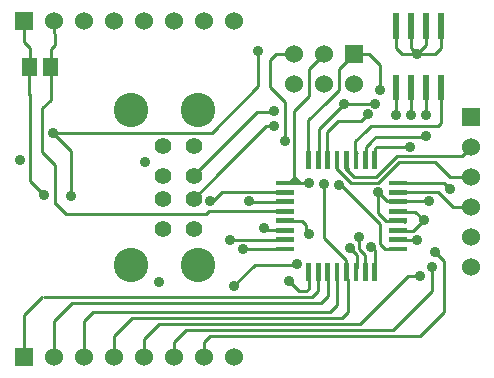
<source format=gbr>
G04 start of page 2 for group 0 idx 0 *
G04 Title: (unknown), component *
G04 Creator: pcb 20091103 *
G04 CreationDate: Sun 10 Apr 2011 10:44:47 AM GMT UTC *
G04 For: gjhurlbu *
G04 Format: Gerber/RS-274X *
G04 PCB-Dimensions: 600000 500000 *
G04 PCB-Coordinate-Origin: lower left *
%MOIN*%
%FSLAX25Y25*%
%LNFRONT*%
%ADD11C,0.0100*%
%ADD12C,0.0200*%
%ADD13C,0.0600*%
%ADD14C,0.0560*%
%ADD15C,0.1150*%
%ADD16C,0.0360*%
%ADD17R,0.0512X0.0512*%
%ADD18R,0.0157X0.0157*%
%ADD19R,0.0200X0.0200*%
%ADD20C,0.0380*%
%ADD21C,0.0910*%
G54D11*X103000Y413000D02*X102000Y414000D01*
X51000Y413000D02*X52000Y414000D01*
Y413000D02*X51000D01*
X52000Y413540D02*Y414000D01*
Y413540D02*Y413000D01*
Y414000D02*Y413540D01*
X44000Y398914D02*X43914Y399000D01*
Y398914D02*X44000D01*
X52000Y397214D02*X51000Y398214D01*
X51035Y397214D01*
X52000D01*
X51035D02*X51000Y398965D01*
X51035Y387932D02*Y397214D01*
X43914Y405086D02*Y399000D01*
X43869Y389376D02*Y398169D01*
X43914Y398214D01*
Y405086D02*X42000Y407000D01*
X51000Y399000D02*Y404513D01*
X42000Y407000D02*Y414000D01*
X51000Y404513D02*X52460Y405973D01*
X52000Y413540D01*
X52420Y353092D02*Y365972D01*
X43914Y389688D02*Y360531D01*
X48578Y355867D01*
X57761Y355664D02*Y370567D01*
X51884Y376752D02*X51730Y376598D01*
X98000Y354000D02*X97000D01*
X98000D02*X97000D01*
X98600Y354500D02*Y354225D01*
Y354500D02*Y354225D01*
Y354500D02*Y354225D01*
X98387Y354479D02*X98388D01*
X107453Y363544D01*
X98600Y354225D02*Y354000D01*
Y354225D02*Y354000D01*
X98036D02*X98000D01*
X98036D02*X98000D01*
X98273D02*X98036D01*
X98273D02*X98036D01*
X98273D02*X98036D01*
X98600Y354225D02*X98273Y354000D01*
X98600D02*X98273D01*
X98600D02*X98273D01*
X102857Y349648D02*X72406D01*
X72690Y349611D02*X56091D01*
X52466Y353236D01*
X87829Y362058D02*X87592D01*
X88300Y362400D02*Y362058D01*
Y362400D02*Y362058D01*
X87829D01*
X87592D01*
X88300D02*X87829D01*
X52420Y365972D02*X48187Y370205D01*
Y384862D01*
X51035Y387710D01*
X57761Y370567D02*X51730Y376598D01*
X104751Y376752D02*X51884D01*
X132000Y362000D02*X134000Y360000D01*
X133000D02*X134000D01*
X132000Y384000D02*X137000Y389000D01*
X132000Y384000D02*Y362000D01*
X136976Y370000D02*X137000D01*
X136898Y380890D02*Y369686D01*
X134000Y360000D02*X137000D01*
X131000D02*X133000D01*
X131000D02*X133000D01*
X132079Y362045D02*Y361566D01*
X130721Y360208D01*
X131998D01*
X132531Y360741D01*
X126000Y403000D02*X132000D01*
X124000Y401000D02*X126000Y403000D01*
X124000Y392000D02*Y401000D01*
X137000Y398000D02*X142000Y403000D01*
X120194Y404027D02*Y392195D01*
X129000Y374000D02*Y387000D01*
X125893Y378910D02*X126087Y379104D01*
X125317Y383750D02*X125450Y383883D01*
X129000Y387000D02*X124000Y392000D01*
X137000Y389000D02*Y398000D01*
X140126Y370000D02*X140000D01*
X143070Y370019D02*Y377117D01*
X140355Y370070D02*Y377945D01*
X143108Y387100D02*X136898Y380890D01*
X127008Y341000D02*X115000D01*
X127008Y338000D02*X128000Y337976D01*
X127008Y338000D02*X128000Y337976D01*
Y341126D02*X127008Y341000D01*
X128000Y341126D01*
X115105Y340984D02*X110692D01*
X110640Y341036D01*
X127589Y337869D02*X115143D01*
X115105Y337831D01*
X125293Y353769D02*X117231D01*
X117000Y354000D01*
X122661Y350564D02*X103773D01*
X102857Y349648D01*
X141950Y341752D02*Y359930D01*
X141957Y359821D02*Y360051D01*
X127007Y356892D02*X107925D01*
X107529Y363544D02*X122895Y378910D01*
X125893D01*
X98387Y362392D02*X119745Y383750D01*
X125317D01*
X120194Y392195D02*X104751Y376752D01*
X107925Y356892D02*X104459Y353426D01*
X107453Y363544D02*X107529D01*
X143276Y328008D02*Y322276D01*
X141000Y320000D01*
X140126Y328008D02*Y324126D01*
X133000Y333000D02*Y332000D01*
X127008Y337976D02*Y338000D01*
Y341126D02*Y341000D01*
X132776Y332776D02*X133000Y333000D01*
X130439Y327201D02*X130440D01*
X133684Y323956D02*X130439Y327201D01*
X133641Y323956D02*X136175D01*
X137020Y324801D01*
Y328313D01*
X137064Y328357D01*
X127008Y350575D02*X122425D01*
X127008Y344275D02*X122725D01*
X122000Y345000D01*
X127008Y353724D02*X125276D01*
X78000Y315000D02*X72000Y309000D01*
Y302000D01*
X65000Y317000D02*X62000Y314000D01*
X58000Y320000D02*X52000Y314000D01*
X62000D02*Y302000D01*
X52000Y314000D02*Y302000D01*
X42000Y316000D02*Y302000D01*
X82000Y308000D02*Y302000D01*
X92000D02*Y307000D01*
X96000Y311000D01*
X102000Y302000D02*Y307000D01*
X104000Y309000D01*
X87000Y313000D02*X82000Y308000D01*
X144000Y317000D02*X65000D01*
X141000Y320000D02*X58000D01*
X148000Y315000D02*X78000D01*
X137786Y322000D02*X48786D01*
X48000D02*X42000Y316000D01*
X154000Y313000D02*X87000D01*
X96000Y311000D02*X165000D01*
X166000Y409000D02*Y405000D01*
X168000Y403000D01*
X171000Y409000D02*Y405000D01*
X173000Y403000D01*
X176000Y406000D02*X173000Y403000D01*
X179000D01*
X181000Y405000D01*
Y409000D01*
X176000D02*Y406000D01*
X168000Y403000D02*X173000D01*
X159020Y386489D02*X148489D01*
X155874Y370000D02*X156000D01*
X159023D02*X159000D01*
X159052Y371378D02*X159529Y371855D01*
X155951D02*X157700Y373604D01*
X157541Y373525D02*X159290Y375274D01*
X152724Y370000D02*X153000D01*
X152453Y373843D02*X155951Y377341D01*
X155952D01*
X157621Y379010D01*
X154517Y380665D02*X156692Y382840D01*
X143070Y377117D02*X146618Y380665D01*
X154517D01*
X140355Y377945D02*X148742Y386332D01*
X167000Y367000D02*X179000D01*
X184000Y362000D01*
X160000Y360000D02*X167000Y367000D01*
X168992Y360024D02*Y360000D01*
D03*
X173000D01*
X166365Y368914D02*X187914D01*
X191000Y372000D01*
X159529Y371855D02*X170817D01*
X170897Y371935D01*
X176000Y388500D02*Y383000D01*
X181000Y388500D02*Y384000D01*
X166000Y388500D02*Y384448D01*
X171000Y388500D02*Y382882D01*
X171056Y382826D01*
X168671Y375274D02*X175189D01*
X159290D02*X169545D01*
X175189D02*X175507Y374956D01*
X157621Y379010D02*X180118D01*
X181072Y379964D01*
Y385211D01*
X146000Y365000D02*Y365566D01*
X146425D01*
Y366000D02*X146000D01*
Y365566D02*Y365000D01*
Y366000D02*Y365566D01*
X150000Y365000D02*Y364000D01*
X146000Y365000D02*X151000Y360000D01*
X152000Y362000D02*X149000Y365000D01*
X149575D02*X149000D01*
X149575D02*X150000D01*
X149575Y365566D02*Y365000D01*
Y365566D02*Y365000D01*
X158813Y361998D02*X159370D01*
X165968Y368596D01*
X166047D01*
X166365Y368914D01*
X159052Y369947D02*Y371378D01*
X155951Y369788D02*Y371855D01*
X152453Y369947D02*Y373843D01*
X143000Y387000D02*X147000Y391000D01*
Y398000D01*
X152000Y403000D01*
X160648Y390832D02*Y399378D01*
X157054Y402972D01*
X152028D01*
X152000Y403000D01*
X131434Y347425D02*X134575D01*
X136000Y346000D01*
Y344000D01*
X137000Y343000D01*
X180000Y357000D02*X185000Y352000D01*
X191000D01*
X184000Y362000D02*X191000D01*
X182211Y359905D02*X184024Y358092D01*
X168992Y357000D02*X180000D01*
X168992D03*
X172704Y359905D02*X182211D01*
X172704Y353861D02*X176825D01*
X176962Y353998D01*
X152000Y362000D02*X159000D01*
X151000Y360000D02*X160000D01*
X131000D02*Y360023D01*
X160066Y356934D02*X160000Y357000D01*
X160615Y346234D02*X147000Y359849D01*
X174000Y329000D02*X170000D01*
X168445Y344108D02*X171880D01*
X175314Y347542D01*
X172429Y350427D02*X175314Y347542D01*
X165423Y338063D02*X162264D01*
X160615Y339712D01*
Y346234D01*
X168445Y350427D02*X172429D01*
X165148Y347404D02*X162814D01*
X160066Y350152D01*
Y356934D01*
X158967Y332156D02*Y337513D01*
X157730Y338750D01*
X155670Y332568D02*Y336140D01*
X153884Y337926D01*
Y342047D01*
X152922Y331744D02*Y336003D01*
X150587Y338338D01*
X149495Y332505D02*Y334208D01*
X149173Y334530D01*
X149172D01*
X141950Y341752D01*
X150000Y328000D02*Y317000D01*
X148000Y315000D01*
X146425Y328008D02*Y319425D01*
X144000Y317000D01*
X149575Y328000D02*X150000D01*
X140000Y324000D02*X138214Y322000D01*
X159024Y332000D02*X159000D01*
X112043Y325769D02*Y325862D01*
X118957Y332776D01*
X132776D01*
X104000Y309000D02*X174000D01*
X168992Y347425D02*Y347000D01*
Y341126D02*Y341000D01*
X168000Y347425D02*X168992Y347000D01*
X168000Y347425D01*
X168992Y341000D02*X168000Y341126D01*
X168992Y341000D02*X168000Y341126D01*
X173000Y341000D02*X168992D01*
X164566Y353725D02*Y354000D01*
X163000D01*
X165000Y353725D02*X164566Y354000D01*
X165000Y353725D01*
X163000Y354000D02*X160000Y357000D01*
X146559Y360000D02*X147000D01*
Y359849D02*X146559Y360000D01*
X147000Y359849D02*Y358500D01*
Y360000D02*Y359849D01*
X168992Y356874D02*Y357000D01*
Y353725D02*Y354000D01*
X173000D02*X168992D01*
X170000Y329000D02*X154000Y313000D01*
X165000Y311000D02*X178000Y324000D01*
Y332000D01*
X174000Y309000D02*X182000Y317000D01*
Y334000D01*
X179000Y337000D01*
G54D12*G36*
X188000Y385000D02*Y379000D01*
X194000D01*
Y385000D01*
X188000D01*
G37*
G54D13*X191000Y372000D03*
G54D12*G36*
X149000Y406000D02*Y400000D01*
X155000D01*
Y406000D01*
X149000D01*
G37*
G54D13*X152000Y393000D03*
X142000Y403000D03*
Y393000D03*
X132000Y403000D03*
Y393000D03*
X72000Y302000D03*
X82000D03*
X92000D03*
X102000D03*
G54D12*G36*
X39000Y305000D02*Y299000D01*
X45000D01*
Y305000D01*
X39000D01*
G37*
G54D13*X52000Y302000D03*
X62000D03*
X112000D03*
X191000Y362000D03*
Y352000D03*
Y342000D03*
Y332000D03*
G54D14*X88300Y362400D03*
X98600D03*
Y354500D03*
Y344700D03*
G54D15*X100000Y332600D03*
X77600D03*
G54D14*X88300Y354500D03*
Y344700D03*
G54D12*G36*
X39000Y417000D02*Y411000D01*
X45000D01*
Y417000D01*
X39000D01*
G37*
G54D13*X52000Y414000D03*
X62000D03*
X72000D03*
X82000D03*
G54D15*X77600Y384300D03*
G54D13*X92000Y414000D03*
G54D14*X88300Y372200D03*
X98600D03*
G54D15*X100000Y384300D03*
G54D13*X102000Y414000D03*
X112000D03*
G54D16*X173000Y403000D03*
X171056Y382826D03*
X137000Y360000D03*
X141957Y359821D03*
X147089Y359432D03*
X156692Y382840D03*
X159020Y386489D03*
X160648Y390832D03*
X184024Y358092D03*
X170897Y371935D03*
X176064Y375512D03*
Y382746D03*
X166047D03*
X148742Y386332D03*
X133000Y333000D03*
X128983Y373945D03*
X125450Y383883D03*
X125507Y378913D03*
X120194Y404027D03*
X130439Y327201D03*
X87000Y327000D03*
X122000Y345000D03*
X110640Y341036D03*
X115105Y337831D03*
X112043Y325769D03*
X40730Y367598D03*
X51730Y376598D03*
X82524Y366941D03*
X48578Y355867D03*
X57761Y355664D03*
X104226Y353933D03*
X117008Y353840D03*
X137000Y343000D03*
X153884Y342047D03*
X150587Y338338D03*
X173000Y341000D03*
X179000Y337000D03*
X160000Y357000D03*
X176962Y353998D03*
X175314Y347542D03*
X157730Y338750D03*
X174000Y329000D03*
X178000Y332000D03*
G54D17*X51000Y399000D02*Y398214D01*
X43914Y399000D02*Y398214D01*
G54D18*X164566Y337977D02*X168992D01*
X164566Y341126D02*X168992D01*
X164566Y344276D02*X168992D01*
X164566Y347425D02*X168992D01*
X164566Y350575D02*X168992D01*
X164566Y353725D02*X168992D01*
X164566Y356874D02*X168992D01*
X164566Y360024D02*X168992D01*
X159023Y369992D02*Y365566D01*
X155874Y369992D02*Y365566D01*
X152724Y369992D02*Y365566D01*
X149575Y369992D02*Y365566D01*
X146425Y369992D02*Y365566D01*
X143275Y369992D02*Y365566D01*
X140126Y369992D02*Y365566D01*
X136976Y369992D02*Y365566D01*
X127008Y360023D02*X131434D01*
X127008Y356874D02*X131434D01*
X127008Y353724D02*X131434D01*
X127008Y350575D02*X131434D01*
X127008Y347425D02*X131434D01*
X127008Y344275D02*X131434D01*
X127008Y341126D02*X131434D01*
X127008Y337976D02*X131434D01*
X136977Y332434D02*Y328008D01*
X140126Y332434D02*Y328008D01*
X143276Y332434D02*Y328008D01*
X146425Y332434D02*Y328008D01*
X149575Y332434D02*Y328008D01*
X152725Y332434D02*Y328008D01*
X155874Y332434D02*Y328008D01*
X159024Y332434D02*Y328008D01*
G54D19*X166000Y395000D02*Y388500D01*
Y415500D02*Y409000D01*
X171000Y395000D02*Y388500D01*
X176000Y395000D02*Y388500D01*
X181000Y395000D02*Y388500D01*
Y415500D02*Y409000D01*
X176000Y415500D02*Y409000D01*
X171000Y415500D02*Y409000D01*
G54D20*G54D16*G54D21*G54D16*G54D20*G54D21*G54D20*G54D16*G54D21*G54D20*G54D12*M02*

</source>
